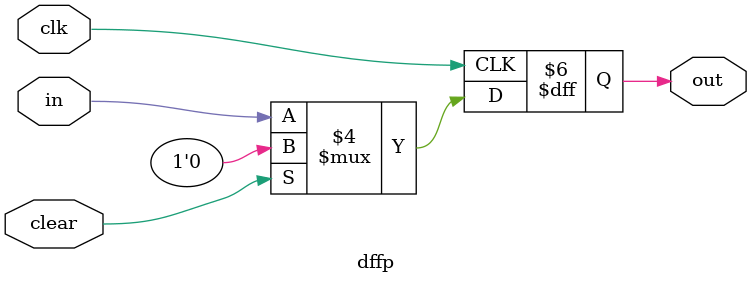
<source format=v>
`timescale 1ns / 1ps

module serialinserialout(in,clk,clear,out);
parameter N=4;
input in;
input clk,clear;
output wire out;
wire [N:0]f;
assign f[0]=in;
assign out=f[N];
genvar i;
generate for (i=0;i<N;i=i+1)
begin:shift
dffp do1 (f[i],clk,clear,f[i+1]);
end
endgenerate 
endmodule
module dffp(in,clk,clear,out);
input in,clk,clear;
output reg out;
always @(posedge clk)
begin
if(clear==1)
out<=1'b0;
else
out<=in;
end
endmodule

</source>
